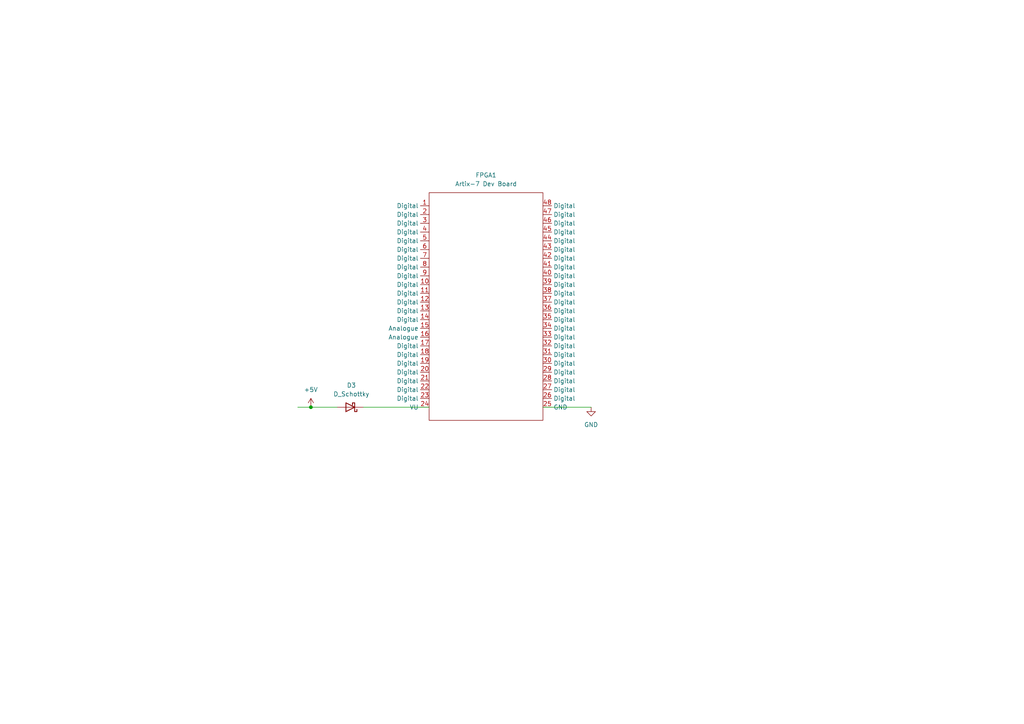
<source format=kicad_sch>
(kicad_sch (version 20211123) (generator eeschema)
  (paper "A4")
  (lib_symbols
    (symbol "Device:D_Schottky" (pin_numbers hide) (pin_names (offset 1.016) hide)
      (property "Reference" "D" (at 0 2.54 0))
      (property "Value" "D_Schottky" (at 0 -2.54 0))
      (symbol "D_Schottky_0_1"
        (polyline (pts (xy 1.27 0) (xy -1.27 0)))
        (polyline (pts (xy 1.27 1.27) (xy 1.27 -1.27) (xy -1.27 0) (xy 1.27 1.27)) (stroke (width 0.254)))
        (polyline (pts (xy -1.905 0.635) (xy -1.905 1.27) (xy -1.27 1.27) (xy -1.27 -1.27) (xy -0.635 -1.27) (xy -0.635 -0.635)) (stroke (width 0.254)))
      )
      (symbol "D_Schottky_1_1"
        (pin passive line (at -3.81 0 0) (length 2.54) (name "K") (number "1"))
        (pin passive line (at 3.81 0 180) (length 2.54) (name "A") (number "2"))
      )
    )
    (symbol "local_library:FPGA"
      (property "Reference" "U" (at 0 0 0))
      (property "Value" "FPGA" (at 0 2.54 0))
      (symbol "FPGA_0_1"
        (rectangle (start -16.51 48.26) (end 16.51 -17.78))
      )
      (symbol "FPGA_1_1"
        (pin bidirectional line (at -16.51 44.45 180) (length 2.54) (name "Digital") (number "1"))
        (pin bidirectional line (at -16.51 21.59 180) (length 2.54) (name "Digital") (number "10"))
        (pin bidirectional line (at -16.51 19.05 180) (length 2.54) (name "Digital") (number "11"))
        (pin bidirectional line (at -16.51 16.51 180) (length 2.54) (name "Digital") (number "12"))
        (pin bidirectional line (at -16.51 13.97 180) (length 2.54) (name "Digital") (number "13"))
        (pin bidirectional line (at -16.51 11.43 180) (length 2.54) (name "Digital") (number "14"))
        (pin input line (at -16.51 8.89 180) (length 2.54) (name "Analogue") (number "15"))
        (pin input line (at -16.51 6.35 180) (length 2.54) (name "Analogue") (number "16"))
        (pin bidirectional line (at -16.51 3.81 180) (length 2.54) (name "Digital") (number "17"))
        (pin bidirectional line (at -16.51 1.27 180) (length 2.54) (name "Digital") (number "18"))
        (pin bidirectional line (at -16.51 -1.27 180) (length 2.54) (name "Digital") (number "19"))
        (pin bidirectional line (at -16.51 41.91 180) (length 2.54) (name "Digital") (number "2"))
        (pin bidirectional line (at -16.51 -3.81 180) (length 2.54) (name "Digital") (number "20"))
        (pin bidirectional line (at -16.51 -6.35 180) (length 2.54) (name "Digital") (number "21"))
        (pin bidirectional line (at -16.51 -8.89 180) (length 2.54) (name "Digital") (number "22"))
        (pin bidirectional line (at -16.51 -11.43 180) (length 2.54) (name "Digital") (number "23"))
        (pin power_in line (at -16.51 -13.97 180) (length 2.54) (name "VU") (number "24"))
        (pin power_out line (at 16.51 -13.97 0) (length 2.54) (name "GND") (number "25"))
        (pin bidirectional line (at 16.51 -11.43 0) (length 2.54) (name "Digital") (number "26"))
        (pin bidirectional line (at 16.51 -8.89 0) (length 2.54) (name "Digital") (number "27"))
        (pin bidirectional line (at 16.51 -6.35 0) (length 2.54) (name "Digital") (number "28"))
        (pin bidirectional line (at 16.51 -3.81 0) (length 2.54) (name "Digital") (number "29"))
        (pin bidirectional line (at -16.51 39.37 180) (length 2.54) (name "Digital") (number "3"))
        (pin bidirectional line (at 16.51 -1.27 0) (length 2.54) (name "Digital") (number "30"))
        (pin bidirectional line (at 16.51 1.27 0) (length 2.54) (name "Digital") (number "31"))
        (pin bidirectional line (at 16.51 3.81 0) (length 2.54) (name "Digital") (number "32"))
        (pin bidirectional line (at 16.51 6.35 0) (length 2.54) (name "Digital") (number "33"))
        (pin bidirectional line (at 16.51 8.89 0) (length 2.54) (name "Digital") (number "34"))
        (pin bidirectional line (at 16.51 11.43 0) (length 2.54) (name "Digital") (number "35"))
        (pin bidirectional line (at 16.51 13.97 0) (length 2.54) (name "Digital") (number "36"))
        (pin bidirectional line (at 16.51 16.51 0) (length 2.54) (name "Digital") (number "37"))
        (pin bidirectional line (at 16.51 19.05 0) (length 2.54) (name "Digital") (number "38"))
        (pin bidirectional line (at 16.51 21.59 0) (length 2.54) (name "Digital") (number "39"))
        (pin bidirectional line (at -16.51 36.83 180) (length 2.54) (name "Digital") (number "4"))
        (pin bidirectional line (at 16.51 24.13 0) (length 2.54) (name "Digital") (number "40"))
        (pin bidirectional line (at 16.51 26.67 0) (length 2.54) (name "Digital") (number "41"))
        (pin bidirectional line (at 16.51 29.21 0) (length 2.54) (name "Digital") (number "42"))
        (pin bidirectional line (at 16.51 31.75 0) (length 2.54) (name "Digital") (number "43"))
        (pin bidirectional line (at 16.51 34.29 0) (length 2.54) (name "Digital") (number "44"))
        (pin bidirectional line (at 16.51 36.83 0) (length 2.54) (name "Digital") (number "45"))
        (pin bidirectional line (at 16.51 39.37 0) (length 2.54) (name "Digital") (number "46"))
        (pin bidirectional line (at 16.51 41.91 0) (length 2.54) (name "Digital") (number "47"))
        (pin bidirectional line (at 16.51 44.45 0) (length 2.54) (name "Digital") (number "48"))
        (pin bidirectional line (at -16.51 34.29 180) (length 2.54) (name "Digital") (number "5"))
        (pin bidirectional line (at -16.51 31.75 180) (length 2.54) (name "Digital") (number "6"))
        (pin bidirectional line (at -16.51 29.21 180) (length 2.54) (name "Digital") (number "7"))
        (pin bidirectional line (at -16.51 26.67 180) (length 2.54) (name "Digital") (number "8"))
        (pin bidirectional line (at -16.51 24.13 180) (length 2.54) (name "Digital") (number "9"))
      )
    )
    (symbol "power:+5V" (power) (pin_names (offset 0))
      (property "Value" "+5V" (at 0 3.556 0))
      (symbol "+5V_0_1"
        (polyline (pts (xy -0.762 1.27) (xy 0 2.54)))
        (polyline (pts (xy 0 0) (xy 0 2.54)))
        (polyline (pts (xy 0 2.54) (xy 0.762 1.27)))
      )
      (symbol "+5V_1_1"
        (pin power_in line (at 0 0 90) (length 0) hide (name "+5V") (number "1"))
      )
    )
    (symbol "power:GND" (power) (pin_names (offset 0))
      (property "Value" "GND" (at 0 -3.81 0))
      (symbol "GND_0_1"
        (polyline (pts (xy 0 0) (xy 0 -1.27) (xy 1.27 -1.27) (xy 0 -2.54) (xy -1.27 -1.27) (xy 0 -1.27)))
      )
      (symbol "GND_1_1"
        (pin power_in line (at 0 0 270) (length 0) hide (name "GND") (number "1"))
      )
    )
  )
  (junction (at 90.17 118.11))
  (wire (pts (xy 90.17 118.11) (xy 97.79 118.11)))
  (wire (pts (xy 105.41 118.11) (xy 124.46 118.11)))
  (wire (pts (xy 86.36 118.11) (xy 90.17 118.11)))
  (wire (pts (xy 157.48 118.11) (xy 171.45 118.11)))
  (symbol (lib_id "power:GND") (at 171.45 118.11 0) (unit 1)
    (property "Reference" "#PWR028" (effects hide))
    (property "Value" "GND" (at 171.45 123.19 0))
  )
  (symbol (lib_id "Device:D_Schottky") (at 101.6 118.11 180) (unit 1)
    (property "Reference" "D3" (at 101.9175 111.76 0))
    (property "Value" "D_Schottky" (at 101.9175 114.3 0))
  )
  (symbol (lib_id "local_library:FPGA") (at 140.97 104.14 0) (unit 1)
    (property "Reference" "FPGA1" (at 140.97 50.8 0))
    (property "Value" "Artix-7 Dev Board" (at 140.97 53.34 0))
  )
  (symbol (lib_id "power:+5V") (at 90.17 118.11 0) (unit 1)
    (property "Reference" "#PWR027" (effects hide))
    (property "Value" "+5V" (at 90.17 113.03 0))
  )
)
</source>
